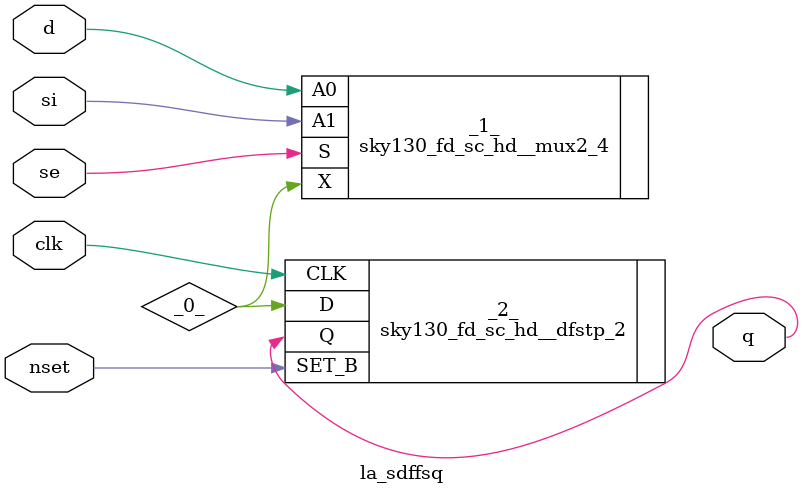
<source format=v>

/* Generated by Yosys 0.44 (git sha1 80ba43d26, g++ 11.4.0-1ubuntu1~22.04 -fPIC -O3) */

(* top =  1  *)
(* src = "inputs/la_sdffsq.v:11.1-26.10" *)
module la_sdffsq (
    d,
    si,
    se,
    clk,
    nset,
    q
);
  (* src = "inputs/la_sdffsq.v:22.3-24.27" *)
  wire _0_;
  (* src = "inputs/la_sdffsq.v:17.16-17.19" *)
  input clk;
  wire clk;
  (* src = "inputs/la_sdffsq.v:14.16-14.17" *)
  input d;
  wire d;
  (* src = "inputs/la_sdffsq.v:18.16-18.20" *)
  input nset;
  wire nset;
  (* src = "inputs/la_sdffsq.v:19.16-19.17" *)
  output q;
  wire q;
  (* src = "inputs/la_sdffsq.v:16.16-16.18" *)
  input se;
  wire se;
  (* src = "inputs/la_sdffsq.v:15.16-15.18" *)
  input si;
  wire si;
  sky130_fd_sc_hd__mux2_4 _1_ (
      .A0(d),
      .A1(si),
      .S (se),
      .X (_0_)
  );
  (* src = "inputs/la_sdffsq.v:22.3-24.27" *)
  sky130_fd_sc_hd__dfstp_2 _2_ (
      .CLK(clk),
      .D(_0_),
      .Q(q),
      .SET_B(nset)
  );
endmodule

</source>
